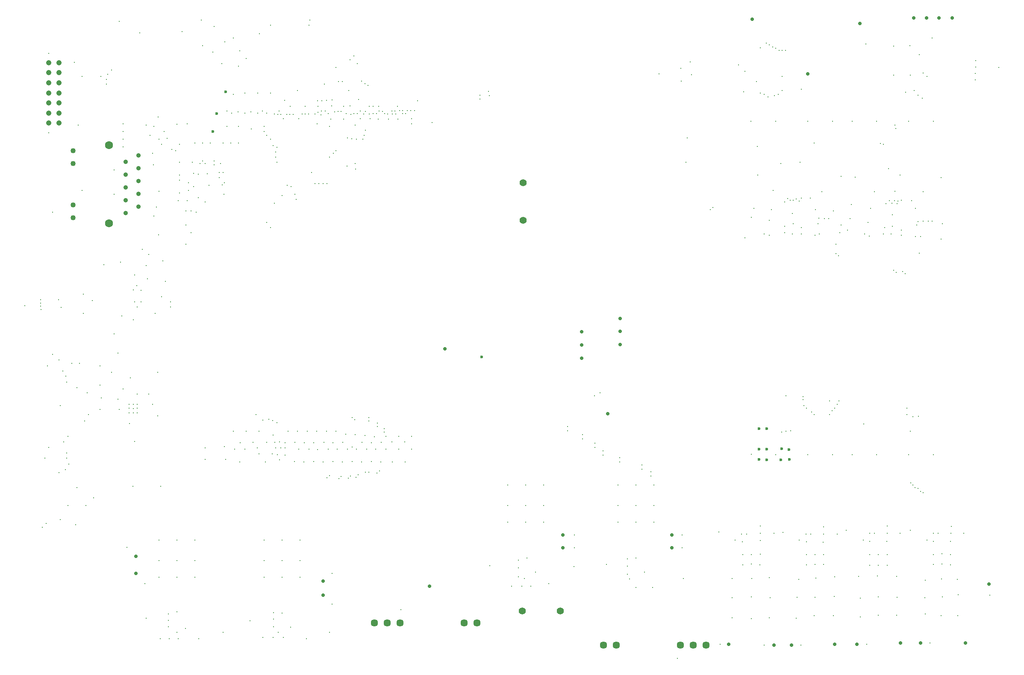
<source format=gbr>
%TF.GenerationSoftware,KiCad,Pcbnew,9.0.2*%
%TF.CreationDate,2025-10-06T13:04:14-05:00*%
%TF.ProjectId,PSEC5_Ctrl_Board,50534543-355f-4437-9472-6c5f426f6172,rev?*%
%TF.SameCoordinates,Original*%
%TF.FileFunction,Plated,1,10,PTH,Drill*%
%TF.FilePolarity,Positive*%
%FSLAX46Y46*%
G04 Gerber Fmt 4.6, Leading zero omitted, Abs format (unit mm)*
G04 Created by KiCad (PCBNEW 9.0.2) date 2025-10-06 13:04:14*
%MOMM*%
%LPD*%
G01*
G04 APERTURE LIST*
%TA.AperFunction,ViaDrill*%
%ADD10C,0.200000*%
%TD*%
%TA.AperFunction,ViaDrill*%
%ADD11C,0.250000*%
%TD*%
%TA.AperFunction,ViaDrill*%
%ADD12C,0.300000*%
%TD*%
%TA.AperFunction,ViaDrill*%
%ADD13C,0.600000*%
%TD*%
%TA.AperFunction,ComponentDrill*%
%ADD14C,0.700000*%
%TD*%
%TA.AperFunction,ComponentDrill*%
%ADD15C,0.900000*%
%TD*%
%TA.AperFunction,ComponentDrill*%
%ADD16C,1.020000*%
%TD*%
%TA.AperFunction,ComponentDrill*%
%ADD17C,1.041400*%
%TD*%
%TA.AperFunction,ComponentDrill*%
%ADD18C,1.397000*%
%TD*%
%TA.AperFunction,ComponentDrill*%
%ADD19C,1.400000*%
%TD*%
%TA.AperFunction,ComponentDrill*%
%ADD20C,1.447800*%
%TD*%
%TA.AperFunction,ComponentDrill*%
%ADD21C,1.600000*%
%TD*%
G04 APERTURE END LIST*
D10*
X64100000Y-97000000D03*
X67200000Y-95800000D03*
X67200000Y-96500000D03*
X67200000Y-97100000D03*
X67300000Y-97800000D03*
X68834000Y-46990000D03*
X68834000Y-62738000D03*
X70800000Y-95800000D03*
X71120000Y-116840000D03*
X71300000Y-97300000D03*
X74422000Y-133096000D03*
X76708000Y-118618000D03*
X78994000Y-117602712D03*
X79121000Y-51562000D03*
X79756000Y-88900000D03*
X81788000Y-70104000D03*
X81788000Y-74930000D03*
X81788000Y-102616000D03*
X82550000Y-115570000D03*
X82804000Y-40640000D03*
X82804000Y-117602712D03*
X84328000Y-144886000D03*
X84709000Y-116586000D03*
X84709000Y-117348000D03*
X84709000Y-118237000D03*
X84836000Y-120396000D03*
X85532301Y-132832301D03*
X85598000Y-93853000D03*
X85598000Y-99822000D03*
X85598000Y-116586000D03*
X85598000Y-117373400D03*
X85598000Y-118237000D03*
X85852000Y-123952000D03*
X86360000Y-114554000D03*
X86360000Y-116586000D03*
X86360000Y-117348000D03*
X86360000Y-118237000D03*
X86868000Y-42926000D03*
X87109624Y-93980000D03*
X87376000Y-85852000D03*
X88138000Y-89014300D03*
X88646000Y-114554000D03*
X89535000Y-69088000D03*
X90170000Y-77470000D03*
X90500000Y-59600000D03*
X90551000Y-82931000D03*
X90678000Y-74295000D03*
X91000000Y-132800000D03*
X91186000Y-95250000D03*
X91440000Y-88138000D03*
X91694000Y-62484000D03*
X91948000Y-92202000D03*
X92964000Y-96278376D03*
X92964000Y-97282000D03*
X93218000Y-66040000D03*
X93980000Y-66294000D03*
X94200000Y-61000000D03*
X94488000Y-76200000D03*
X94742000Y-65024000D03*
X94742000Y-68580000D03*
X94742000Y-71120000D03*
X94742000Y-72136000D03*
X94742000Y-74676000D03*
X95250000Y-42672000D03*
X96012000Y-84836000D03*
X96266000Y-60960000D03*
X96266000Y-76200000D03*
X97286000Y-68580000D03*
X97483466Y-70745000D03*
X97790000Y-64770000D03*
X98806000Y-68834000D03*
X99060000Y-40386000D03*
X99314000Y-45466000D03*
X99314000Y-64770000D03*
X99314000Y-68326000D03*
X99806625Y-68823313D03*
X99822000Y-125222000D03*
X99822000Y-127508000D03*
X100265376Y-70880000D03*
X100838000Y-64770000D03*
X101346000Y-46736000D03*
X101600000Y-41656000D03*
X101600000Y-68326000D03*
X101600000Y-69088000D03*
X102616000Y-70612000D03*
X102616000Y-71630999D03*
X102870000Y-68834000D03*
X103124000Y-49022000D03*
X103210510Y-73071024D03*
X103378000Y-64770000D03*
X103378000Y-70612000D03*
X103632000Y-72644000D03*
X103632000Y-124968000D03*
X103886000Y-127508000D03*
X104140000Y-58420000D03*
X104902000Y-64770000D03*
X105029000Y-58801000D03*
X105410000Y-43942000D03*
X105664000Y-125476000D03*
X106299000Y-58547000D03*
X106426000Y-64770000D03*
X106751348Y-124151348D03*
X107680617Y-58801000D03*
X107696000Y-125424709D03*
X107950000Y-48006000D03*
X108839000Y-58547000D03*
X109321348Y-124121348D03*
X109860500Y-118600000D03*
X110100000Y-125200000D03*
X110236000Y-58801000D03*
X110448800Y-126367887D03*
X110590000Y-43080000D03*
X111125000Y-58420000D03*
X111200000Y-119700000D03*
X111989488Y-124089606D03*
X112014000Y-58801000D03*
X112014000Y-80518000D03*
X112400000Y-119500000D03*
X112776000Y-41402000D03*
X112776000Y-64008000D03*
X112776000Y-81534000D03*
X113100000Y-126400000D03*
X113200000Y-119800000D03*
X113284000Y-65229480D03*
X113300000Y-122675000D03*
X113538000Y-59004200D03*
X113538000Y-76708000D03*
X113583675Y-124107444D03*
X113792000Y-66548000D03*
X113792000Y-67564000D03*
X113792000Y-125222000D03*
X114000000Y-120200000D03*
X114046000Y-65622248D03*
X114046000Y-68580000D03*
X114114250Y-126585750D03*
X114168877Y-59042558D03*
X114427000Y-58420000D03*
X114527000Y-123979000D03*
X114554000Y-127600000D03*
X114782600Y-59055000D03*
X114795000Y-125222000D03*
X115062000Y-75184000D03*
X115330089Y-59900683D03*
X115570000Y-56261000D03*
X115645000Y-125222000D03*
X115646348Y-124146348D03*
X115666347Y-126666347D03*
X115993121Y-59064401D03*
X116078000Y-73152000D03*
X116614825Y-59050953D03*
X116691700Y-57481164D03*
X116840000Y-73406000D03*
X117279500Y-59081325D03*
X117602000Y-74930000D03*
X117604685Y-124104685D03*
X117856000Y-75946000D03*
X118364000Y-125476000D03*
X118381236Y-59910706D03*
X119050998Y-58978425D03*
X119451348Y-124151348D03*
X119651236Y-57437294D03*
X119656810Y-58973767D03*
X120291765Y-59014801D03*
X120392561Y-125469268D03*
X120396000Y-41402000D03*
X120523000Y-40386000D03*
X120904000Y-70612000D03*
X121290500Y-124140599D03*
X121539000Y-72771000D03*
X121595183Y-58963068D03*
X122018375Y-60960000D03*
X122075000Y-125575000D03*
X122090858Y-56370155D03*
X122174000Y-58674000D03*
X122191236Y-57437294D03*
X122301000Y-72771000D03*
X122726837Y-59125707D03*
X122806884Y-58395980D03*
X122936000Y-56388000D03*
X123190000Y-72771000D03*
X123306348Y-124106348D03*
X123444000Y-53086000D03*
X123571000Y-58420000D03*
X123825000Y-56261000D03*
X123952000Y-72771000D03*
X123970190Y-131129810D03*
X124202561Y-125469268D03*
X124206000Y-58928000D03*
X124429810Y-130670190D03*
X124460000Y-67564000D03*
X124731236Y-59977294D03*
X124897382Y-57342862D03*
X124936000Y-56229000D03*
X124968000Y-150114000D03*
X125100500Y-124140599D03*
X125222000Y-66802000D03*
X125492630Y-58530370D03*
X125717000Y-49784000D03*
X125730000Y-66294000D03*
X125984000Y-125476000D03*
X126136400Y-58496200D03*
X126238000Y-52578000D03*
X126270190Y-131329810D03*
X126729810Y-130870190D03*
X126771400Y-58445400D03*
X127005500Y-52583500D03*
X127111348Y-124111348D03*
X127250775Y-59997154D03*
X127271236Y-57437294D03*
X127762000Y-58928000D03*
X128012561Y-125469268D03*
X128016000Y-63754000D03*
X128170190Y-131229810D03*
X128524000Y-48260000D03*
X128541236Y-57370706D03*
X128629810Y-130770190D03*
X128657639Y-59030345D03*
X128867301Y-63918699D03*
X128900000Y-125000000D03*
X128970190Y-119170190D03*
X129286000Y-47498000D03*
X129286000Y-58928000D03*
X129429810Y-119629810D03*
X129540000Y-61214000D03*
X129670190Y-131029810D03*
X129794000Y-64008000D03*
X129794000Y-125476000D03*
X129921000Y-49022000D03*
X129931644Y-58893216D03*
X130129810Y-130570190D03*
X130175000Y-56134000D03*
X130570089Y-59900683D03*
X130581400Y-58420000D03*
X130810000Y-52451000D03*
X130916348Y-124116348D03*
X131064000Y-64008000D03*
X131191000Y-59004200D03*
X131318000Y-63246000D03*
X131450500Y-52964500D03*
X131549296Y-58468156D03*
X131558632Y-62230000D03*
X131575000Y-130000000D03*
X131822561Y-125469268D03*
X132080000Y-53340000D03*
X132200000Y-119175000D03*
X132200000Y-119825000D03*
X132225000Y-130000000D03*
X132334000Y-58953400D03*
X132351236Y-57437294D03*
X132517382Y-59882862D03*
X132720500Y-124140599D03*
X133080617Y-57432455D03*
X133096000Y-58928000D03*
X133604000Y-125476000D03*
X133741644Y-58893216D03*
X133870190Y-130229810D03*
X133900000Y-120275000D03*
X133900000Y-120925000D03*
X134132334Y-60024330D03*
X134199956Y-57492848D03*
X134298501Y-58373104D03*
X134329810Y-129770190D03*
X134721348Y-124121348D03*
X134931109Y-58484135D03*
X135300000Y-121375000D03*
X135300000Y-122025000D03*
X135393677Y-58866278D03*
X135636000Y-125476000D03*
X135978199Y-59001693D03*
X136161236Y-59977294D03*
X136777541Y-58401167D03*
X136830646Y-124030646D03*
X136919677Y-58984091D03*
X137377101Y-58378134D03*
X137561538Y-58949085D03*
X137872553Y-57497494D03*
X137999625Y-60044394D03*
X138176000Y-125476000D03*
X138303000Y-58293000D03*
X138938000Y-58327997D03*
X138938000Y-58928000D03*
X139350646Y-124050646D03*
X139538003Y-58928000D03*
X139827000Y-58293000D03*
X140551565Y-58276894D03*
X140700617Y-59915545D03*
X140716000Y-60960000D03*
X140716000Y-125476000D03*
X141274800Y-58267600D03*
X144780000Y-60706000D03*
X154210099Y-55245000D03*
X154227794Y-55981396D03*
X155956000Y-54500000D03*
X156083000Y-55337003D03*
X176900000Y-114900000D03*
X178000000Y-114300000D03*
X195072000Y-68580000D03*
X195326000Y-63754000D03*
X199922190Y-77953810D03*
X200381810Y-77494190D03*
X201800000Y-164100000D03*
X206502000Y-54610000D03*
X206756000Y-83566000D03*
X208026000Y-79502000D03*
X208534000Y-77724000D03*
X209042000Y-52578000D03*
X209159000Y-65415000D03*
X209296000Y-71120000D03*
X209804000Y-54864000D03*
X210566000Y-55118000D03*
X210566000Y-164338000D03*
X210947000Y-44958000D03*
X211328000Y-55626000D03*
X211582000Y-45306000D03*
X211582000Y-83002001D03*
X212217000Y-45720000D03*
X212344000Y-74168000D03*
X212598000Y-55372000D03*
X212852000Y-45974000D03*
X213360000Y-55118000D03*
X213487000Y-46355000D03*
X213868000Y-68834000D03*
X214122000Y-46355000D03*
X214122000Y-51562000D03*
X214122000Y-54356000D03*
X214757000Y-46355000D03*
X214900000Y-114900000D03*
X215212330Y-75790948D03*
X215741905Y-76073000D03*
X216345494Y-76071923D03*
X216902994Y-75850120D03*
X217454400Y-76282022D03*
X217678000Y-68580000D03*
X217800000Y-164300000D03*
X217932000Y-54102000D03*
X218300000Y-115000000D03*
X218300000Y-115600000D03*
X218440000Y-116840000D03*
X218948000Y-117348000D03*
X219710000Y-75692000D03*
X219964000Y-118110000D03*
X220472000Y-64770000D03*
X220472000Y-118618000D03*
X220599000Y-83002001D03*
X221234000Y-80772000D03*
X221996000Y-74422000D03*
X223520000Y-118618000D03*
X224028000Y-117856000D03*
X224282000Y-78232000D03*
X224536000Y-117348000D03*
X224790000Y-84836000D03*
X224814190Y-86638190D03*
X225044000Y-116586000D03*
X225273810Y-87097810D03*
X225806000Y-71374000D03*
X227076000Y-82042000D03*
X227584000Y-79756000D03*
X227838000Y-76962000D03*
X228600000Y-71501000D03*
X230426001Y-82755999D03*
X230700000Y-45100000D03*
X230900000Y-164100000D03*
X231140000Y-80518000D03*
X231394000Y-83235374D03*
X231648000Y-77724000D03*
X232410000Y-74422000D03*
X233574543Y-64792500D03*
X234171374Y-64973277D03*
X235204000Y-69850000D03*
X235331000Y-76200000D03*
X235876775Y-76679917D03*
X236220000Y-51308000D03*
X236244190Y-89940190D03*
X236362275Y-76184725D03*
X236474000Y-61214000D03*
X236474001Y-74295000D03*
X236615810Y-61877176D03*
X236703810Y-90399810D03*
X236847774Y-76802114D03*
X237064898Y-76242775D03*
X237490000Y-71120000D03*
X237744000Y-76073000D03*
X238022190Y-90194190D03*
X238481810Y-90653810D03*
X239458500Y-45466000D03*
X239522000Y-51308000D03*
X239600000Y-132100000D03*
X239776000Y-76200000D03*
X240024266Y-132524266D03*
X240400000Y-133100000D03*
X240538000Y-83256001D03*
X240792000Y-81026000D03*
X241052494Y-133252494D03*
X241500000Y-133800000D03*
X242042000Y-50833000D03*
X242062000Y-74422000D03*
X242062000Y-80264000D03*
X242066026Y-134066026D03*
X243078000Y-80264000D03*
X243400000Y-163900000D03*
X243840000Y-80264000D03*
X245618000Y-71628000D03*
X245872000Y-80772000D03*
X255270000Y-154432000D03*
D11*
X98425000Y-75565000D03*
X111506000Y-62484000D03*
X112014000Y-63246000D03*
X127952500Y-69278500D03*
X129540000Y-68834000D03*
X129603500Y-69913500D03*
D12*
X67564000Y-140970000D03*
X68072000Y-127254000D03*
X68326000Y-140208000D03*
X68580000Y-108966000D03*
X68834000Y-125095000D03*
X69596000Y-78486000D03*
X69596000Y-106657000D03*
X70866000Y-107757001D03*
X70866000Y-130098500D03*
X71120000Y-139446000D03*
X71628000Y-109956999D03*
X71820999Y-124013001D03*
X72109000Y-129513000D03*
X72207375Y-110998000D03*
X72364999Y-126212999D03*
X72390000Y-112156999D03*
X72390000Y-127254000D03*
X72644000Y-122913000D03*
X72644000Y-136652000D03*
X72786999Y-128412999D03*
X73406000Y-108458000D03*
X73882001Y-48768000D03*
X74130750Y-140437750D03*
X74422000Y-113257000D03*
X74676000Y-61214000D03*
X74930000Y-108458000D03*
X75438000Y-51562000D03*
X75438000Y-74168000D03*
X75692000Y-94742000D03*
X75692000Y-98552000D03*
X75946000Y-119887978D03*
X76200000Y-136652000D03*
X76454000Y-114300000D03*
X77470000Y-96012000D03*
X77724000Y-135128000D03*
X78994000Y-108966000D03*
X78994000Y-112776000D03*
X79248000Y-115316000D03*
X80264000Y-52085997D03*
X80264000Y-53086000D03*
X80517990Y-51085999D03*
X81280000Y-50292000D03*
X81280000Y-110236000D03*
X82550000Y-106426000D03*
X83058000Y-88364301D03*
X83312000Y-99060000D03*
X83566000Y-60960000D03*
X83566000Y-62484000D03*
X83566000Y-64008000D03*
X83566000Y-65532000D03*
X83566000Y-113538000D03*
X84979163Y-111296815D03*
X85852000Y-90932000D03*
X85852000Y-96266000D03*
X86288999Y-93035001D03*
X86360000Y-97282000D03*
X87122000Y-96266000D03*
X87884000Y-152146000D03*
X88138000Y-61214000D03*
X88138000Y-159004000D03*
X88392000Y-91694000D03*
X88646000Y-86868000D03*
X88900000Y-63246000D03*
X89408000Y-66802000D03*
X89408000Y-116537837D03*
X89662000Y-61468000D03*
X89662000Y-79248000D03*
X89916000Y-98552000D03*
X90424000Y-110236000D03*
X90424000Y-118872000D03*
X90678000Y-64008000D03*
X90678000Y-143510000D03*
X90678000Y-147574000D03*
X90678000Y-150876000D03*
X90932000Y-163068000D03*
X91186000Y-65024000D03*
X92265000Y-63817000D03*
X92532200Y-158165800D03*
X92532200Y-159435800D03*
X92532200Y-160705800D03*
X92710000Y-163068000D03*
X94234000Y-143510000D03*
X94234000Y-147574000D03*
X94234000Y-150876000D03*
X94234000Y-157734000D03*
X94234000Y-161798000D03*
X94488000Y-163068000D03*
X95949000Y-160973000D03*
X96012000Y-78232000D03*
X96012000Y-81026000D03*
X96520000Y-72644000D03*
X96520000Y-74168000D03*
X97028000Y-78232000D03*
X97028000Y-82550000D03*
X97536000Y-73406000D03*
X97790000Y-143510000D03*
X97790000Y-147574000D03*
X97790000Y-150876000D03*
X98005811Y-78486000D03*
X98480000Y-70940000D03*
X98552000Y-163068000D03*
X99822000Y-76454000D03*
X100584000Y-73152000D03*
X103378000Y-161798000D03*
X103505000Y-74863000D03*
X103661998Y-44674002D03*
X104140000Y-61468000D03*
X105410000Y-121920000D03*
X105415500Y-55123500D03*
X106390791Y-49540545D03*
X106426000Y-61468000D03*
X106680000Y-46495000D03*
X106680000Y-128016000D03*
X107696000Y-54864000D03*
X107950000Y-121920000D03*
X108712000Y-159512000D03*
X108966000Y-61976000D03*
X110236000Y-54864000D03*
X110490000Y-121920000D03*
X111252000Y-162814000D03*
X111506000Y-61468000D03*
X111506000Y-143510000D03*
X111506000Y-147574000D03*
X111506000Y-150876000D03*
X111760000Y-128016000D03*
X112776000Y-54864000D03*
X113284000Y-162814000D03*
X113360200Y-157911800D03*
X113360200Y-159181800D03*
X113360200Y-160705800D03*
X114300000Y-161798000D03*
X115062000Y-143510000D03*
X115062000Y-147574000D03*
X115062000Y-150876000D03*
X115062000Y-157988000D03*
X115316000Y-162814000D03*
X116210500Y-121920000D03*
X116777000Y-160719000D03*
X117480500Y-127883500D03*
X118110000Y-54356000D03*
X118115500Y-121920000D03*
X118618000Y-143510000D03*
X118618000Y-147574000D03*
X118618000Y-150876000D03*
X119380000Y-128016000D03*
X119888000Y-163068000D03*
X120020500Y-121920000D03*
X121290500Y-127883500D03*
X121925500Y-121920000D03*
X123190000Y-128016000D03*
X123830500Y-121920000D03*
X124460000Y-61468000D03*
X124460000Y-161798000D03*
X124968000Y-156210000D03*
X125100500Y-127883500D03*
X125735500Y-121896362D03*
X127000000Y-128016000D03*
X127640500Y-122500000D03*
X128270000Y-54356000D03*
X128910500Y-127883500D03*
X129545500Y-122600000D03*
X130810000Y-128016000D03*
X131450500Y-122723526D03*
X132720500Y-127883500D03*
X133355500Y-122999246D03*
X134620000Y-128016000D03*
X135638750Y-122938750D03*
X136906000Y-128016000D03*
X138178750Y-122938750D03*
X138600000Y-157300000D03*
X139446000Y-128016000D03*
X140718750Y-122938750D03*
X141860300Y-56388000D03*
X156210000Y-148590000D03*
X159766000Y-132588000D03*
X159766000Y-136652000D03*
X159766000Y-139954000D03*
X160528000Y-152654000D03*
X161874200Y-147497800D03*
X161874200Y-149021800D03*
X161874200Y-150799800D03*
X162560000Y-152654000D03*
X163068000Y-151130000D03*
X163322000Y-132588000D03*
X163322000Y-136652000D03*
X163322000Y-139954000D03*
X163576000Y-147066000D03*
X164338000Y-152654000D03*
X165291000Y-149797000D03*
X166878000Y-132588000D03*
X166878000Y-136652000D03*
X166878000Y-139954000D03*
X167894000Y-152146000D03*
X171600000Y-120975000D03*
X171600000Y-121825000D03*
X172847000Y-148717000D03*
X172974000Y-142494000D03*
X172974000Y-145034000D03*
X174600000Y-122575000D03*
X174600000Y-123425000D03*
X177000000Y-124275000D03*
X177000000Y-125125000D03*
X178600000Y-125775000D03*
X178600000Y-126625000D03*
X179324000Y-148336000D03*
X181610000Y-132588000D03*
X181610000Y-136652000D03*
X181610000Y-139954000D03*
X181900000Y-127175000D03*
X181900000Y-128025000D03*
X183464200Y-147243800D03*
X183464200Y-148666200D03*
X183464200Y-150291800D03*
X183922157Y-151180775D03*
X185166000Y-132588000D03*
X185166000Y-136652000D03*
X185166000Y-139954000D03*
X185166000Y-147066000D03*
X185166000Y-152908000D03*
X186300000Y-128575000D03*
X186300000Y-129425000D03*
X186881000Y-149797000D03*
X188100000Y-129942598D03*
X188100000Y-130792598D03*
X188468000Y-152908000D03*
X188722000Y-132588000D03*
X188722000Y-136652000D03*
X188722000Y-139954000D03*
X189725300Y-51054000D03*
X193400000Y-166900000D03*
X194043300Y-49911000D03*
X194170300Y-52451000D03*
X194310000Y-142494000D03*
X194310000Y-145034000D03*
X194564000Y-151130000D03*
X195906300Y-48641000D03*
X196202300Y-51181000D03*
X201600000Y-141900000D03*
X204200000Y-151100000D03*
X204200000Y-154900000D03*
X204200000Y-158900000D03*
X204800000Y-143500000D03*
X205473300Y-49276000D03*
X206075000Y-142300000D03*
X206275000Y-143800000D03*
X206298200Y-146340500D03*
X206300000Y-148400000D03*
X206756000Y-50546000D03*
X207100000Y-142300000D03*
X207955000Y-60452000D03*
X208000000Y-146340500D03*
X208000000Y-148200000D03*
X208000000Y-154773300D03*
X208000000Y-159100000D03*
X208026000Y-126492000D03*
X208100000Y-151100000D03*
X209700000Y-148400000D03*
X209750000Y-143600000D03*
X209750000Y-146292300D03*
X209800000Y-140700000D03*
X209800000Y-142100000D03*
X209804000Y-45847000D03*
X210566000Y-82804000D03*
X211582000Y-80103500D03*
X211600000Y-150900000D03*
X211600000Y-158900000D03*
X211700000Y-154900000D03*
X211963000Y-77978000D03*
X212500000Y-142100000D03*
X212845000Y-60452000D03*
X212845000Y-126532000D03*
X213995000Y-122047000D03*
X214300000Y-142000000D03*
X214630000Y-76454000D03*
X214630000Y-81280000D03*
X214630000Y-82550000D03*
X214884000Y-121920000D03*
X215800000Y-121800000D03*
X216154000Y-78740000D03*
X216154000Y-82804000D03*
X216306391Y-80768009D03*
X216900000Y-159000000D03*
X217100000Y-154800000D03*
X217400000Y-151300000D03*
X217500000Y-143500000D03*
X217932000Y-75692000D03*
X217932000Y-81534000D03*
X217932000Y-82804000D03*
X218875000Y-142300000D03*
X218898200Y-143823200D03*
X218898200Y-146340500D03*
X218900000Y-148400000D03*
X219195000Y-60452000D03*
X219195000Y-126532000D03*
X219775000Y-142300000D03*
X220500000Y-158500000D03*
X220600000Y-146400000D03*
X220600000Y-148300000D03*
X220600000Y-154800000D03*
X220726000Y-77978000D03*
X220800000Y-151000000D03*
X221394012Y-79662012D03*
X221488000Y-82804000D03*
X222275000Y-143900000D03*
X222300000Y-140900000D03*
X222300000Y-148300000D03*
X222301800Y-146340500D03*
X222325000Y-142300000D03*
X222504000Y-79756000D03*
X223304003Y-79756000D03*
X223500000Y-115900000D03*
X224085000Y-60452000D03*
X224085000Y-126532000D03*
X224300000Y-158500000D03*
X224400000Y-154700000D03*
X224500000Y-150800000D03*
X225000000Y-142300000D03*
X225400000Y-115900000D03*
X225552000Y-82550000D03*
X225806000Y-81026000D03*
X226800000Y-141500000D03*
X227965000Y-60452000D03*
X227965000Y-126532000D03*
X229300000Y-150700000D03*
X229600000Y-155000000D03*
X229600000Y-158700000D03*
X230200000Y-143500000D03*
X230266000Y-120490000D03*
X231475000Y-142100000D03*
X231498200Y-143723200D03*
X231498200Y-146340500D03*
X231500000Y-148500000D03*
X232375000Y-142100000D03*
X232855000Y-60452000D03*
X232855000Y-126532000D03*
X233000000Y-150600000D03*
X233200000Y-146340500D03*
X233200000Y-148500000D03*
X233200000Y-154773300D03*
X233200000Y-158400000D03*
X234188000Y-82804000D03*
X234442000Y-81534000D03*
X234665512Y-76804512D03*
X234875000Y-143700000D03*
X234900000Y-140700000D03*
X234900000Y-148500000D03*
X234901800Y-146340500D03*
X234925000Y-142100000D03*
X235712000Y-82804000D03*
X235915200Y-81229200D03*
X235966000Y-78994000D03*
X236200000Y-45500000D03*
X236800000Y-150700000D03*
X236800000Y-158400000D03*
X236900000Y-154800000D03*
X237500000Y-142100000D03*
X237744000Y-82042000D03*
X237744000Y-83058000D03*
X238539012Y-54709000D03*
X238800000Y-117295000D03*
X238800000Y-118565000D03*
X239205000Y-60452000D03*
X239205000Y-126532000D03*
X239500000Y-121900000D03*
X239500000Y-141500000D03*
X240000000Y-119000000D03*
X240284000Y-54356000D03*
X240538000Y-77724000D03*
X241039400Y-80321500D03*
X241046000Y-55294500D03*
X241100000Y-118900000D03*
X241300000Y-47244000D03*
X241300000Y-86614000D03*
X241554010Y-83312000D03*
X241860500Y-55880000D03*
X242400000Y-154900000D03*
X242500000Y-151400000D03*
X242500000Y-158100000D03*
X242800000Y-143500000D03*
X242824000Y-51562000D03*
X243840000Y-43942000D03*
X244075000Y-142100000D03*
X244095000Y-60452000D03*
X244095000Y-126532000D03*
X244098200Y-143723200D03*
X244098200Y-146340500D03*
X244100000Y-148300000D03*
X244975000Y-142100000D03*
X245600000Y-158500000D03*
X245618000Y-83820000D03*
X245700000Y-151200000D03*
X245800000Y-146200000D03*
X245800000Y-148200000D03*
X245836650Y-154736650D03*
X247500000Y-148400000D03*
X247501800Y-143726800D03*
X247501800Y-146340500D03*
X247525000Y-142100000D03*
X247600000Y-140800000D03*
X248800000Y-151300000D03*
X248900000Y-158500000D03*
X249000000Y-154300000D03*
X250100000Y-142100000D03*
X252349000Y-50927000D03*
X252349000Y-52197000D03*
X252476000Y-48387000D03*
X252476000Y-49657000D03*
X257047000Y-49784000D03*
D13*
X101346000Y-62484000D03*
X102108000Y-58928000D03*
X103886000Y-54610000D03*
X154559000Y-107188000D03*
X209550000Y-121412000D03*
X209550000Y-125476000D03*
X209550000Y-127508000D03*
X211074000Y-121412000D03*
X211074000Y-125476000D03*
X211074000Y-127527002D03*
X213868000Y-127527002D03*
X214005499Y-125359499D03*
X215457558Y-125541311D03*
X215521845Y-127506057D03*
D14*
%TO.C,TP23*%
X86106000Y-146664000D03*
%TO.C,TP24*%
X86106000Y-150114000D03*
%TO.C,TP21*%
X123190000Y-151638000D03*
%TO.C,TP22*%
X123190000Y-154432000D03*
%TO.C,TP16*%
X144300000Y-152600000D03*
%TO.C,TP11*%
X147320000Y-105537000D03*
%TO.C,TP4*%
X170688000Y-142494000D03*
%TO.C,TP3*%
X170688000Y-145034000D03*
%TO.C,TP31*%
X174400000Y-102200000D03*
%TO.C,TP32*%
X174400000Y-104800000D03*
%TO.C,TP33*%
X174400000Y-107400000D03*
%TO.C,TP15*%
X179600000Y-118400000D03*
%TO.C,TP12*%
X182000000Y-99500000D03*
%TO.C,TP29*%
X182000000Y-102100000D03*
%TO.C,TP30*%
X182000000Y-104700000D03*
%TO.C,TP2*%
X192278000Y-142494000D03*
%TO.C,TP1*%
X192278000Y-145034000D03*
%TO.C,TP14*%
X203500000Y-164100000D03*
%TO.C,TP18*%
X208200000Y-40200000D03*
%TO.C,TP13*%
X212500000Y-164300000D03*
%TO.C,TP6*%
X216000000Y-164300000D03*
%TO.C,TP19*%
X219202000Y-51054000D03*
%TO.C,TP5*%
X224500000Y-164100000D03*
%TO.C,TP8*%
X228900000Y-164100000D03*
%TO.C,TP20*%
X229500000Y-41000000D03*
%TO.C,TP7*%
X237600000Y-163900000D03*
%TO.C,TP26*%
X240200000Y-39900000D03*
%TO.C,TP10*%
X241500000Y-163900000D03*
%TO.C,TP25*%
X242700000Y-39900000D03*
%TO.C,TP27*%
X245200000Y-39900000D03*
%TO.C,TP28*%
X247800000Y-39900000D03*
%TO.C,TP9*%
X250400000Y-163900000D03*
%TO.C,TP17*%
X255100000Y-152200000D03*
D15*
%TO.C,T1*%
X84044000Y-68453000D03*
X84044000Y-70993000D03*
X84044000Y-73533000D03*
X84044000Y-76073000D03*
X84044000Y-78613000D03*
X86584000Y-67183000D03*
X86584000Y-69723000D03*
X86584000Y-72263000D03*
X86584000Y-74803000D03*
X86584000Y-77343000D03*
D16*
X73614000Y-66268000D03*
X73614000Y-68808000D03*
X73614000Y-76988000D03*
X73614000Y-79528000D03*
D17*
%TO.C,J12*%
X68834000Y-48799999D03*
X68834000Y-50800000D03*
X68834000Y-52799999D03*
X68834000Y-54800000D03*
X68834000Y-56800001D03*
X68834000Y-58799999D03*
X68834000Y-60800001D03*
X70834001Y-48799999D03*
X70834001Y-50800000D03*
X70834001Y-52799999D03*
X70834001Y-54800000D03*
X70834001Y-56800001D03*
X70834001Y-58799999D03*
X70834001Y-60800001D03*
D18*
%TO.C,J7*%
X162774899Y-72602400D03*
X162774899Y-80102400D03*
D19*
%TO.C,J1*%
X162650000Y-157522500D03*
X170150000Y-157522500D03*
D20*
%TO.C,U5*%
X133320000Y-159900000D03*
X135860000Y-159900000D03*
X138400000Y-159900000D03*
X151100000Y-159900000D03*
X153640000Y-159900000D03*
%TO.C,U16*%
X178740000Y-164286000D03*
X181280000Y-164286000D03*
X193980000Y-164286000D03*
X196520000Y-164286000D03*
X199060000Y-164286000D03*
D21*
%TO.C,T1*%
X80744000Y-65153000D03*
X80744000Y-80643000D03*
M02*

</source>
